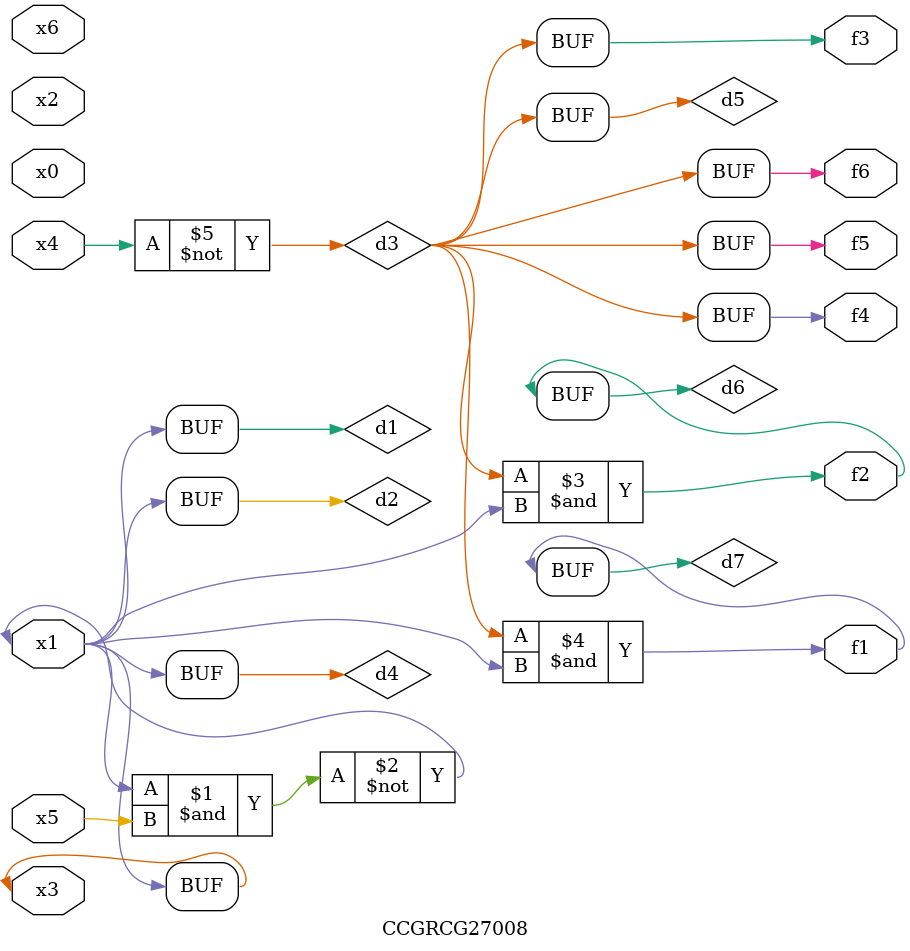
<source format=v>
module CCGRCG27008(
	input x0, x1, x2, x3, x4, x5, x6,
	output f1, f2, f3, f4, f5, f6
);

	wire d1, d2, d3, d4, d5, d6, d7;

	buf (d1, x1, x3);
	nand (d2, x1, x5);
	not (d3, x4);
	buf (d4, d1, d2);
	buf (d5, d3);
	and (d6, d3, d4);
	and (d7, d3, d4);
	assign f1 = d7;
	assign f2 = d6;
	assign f3 = d5;
	assign f4 = d5;
	assign f5 = d5;
	assign f6 = d5;
endmodule

</source>
